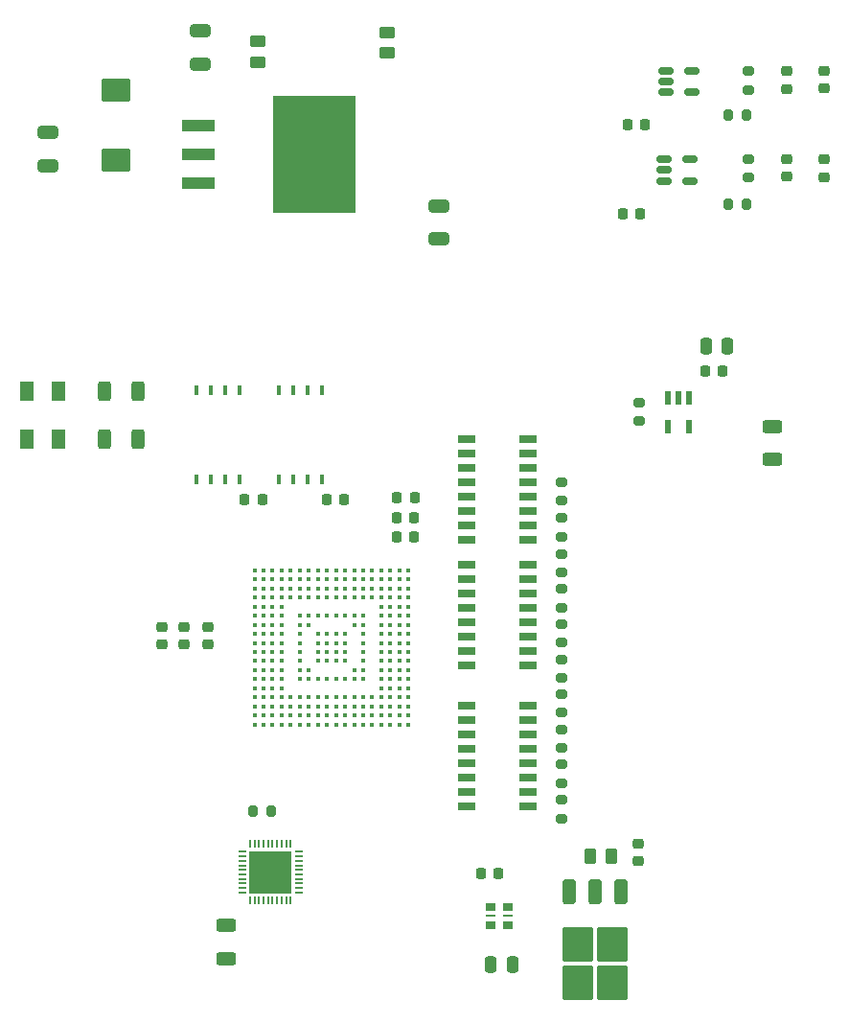
<source format=gbr>
%TF.GenerationSoftware,KiCad,Pcbnew,9.0.0*%
%TF.CreationDate,2025-02-27T19:38:35-05:00*%
%TF.ProjectId,S25-26,5332352d-3236-42e6-9b69-6361645f7063,rev?*%
%TF.SameCoordinates,Original*%
%TF.FileFunction,Paste,Top*%
%TF.FilePolarity,Positive*%
%FSLAX46Y46*%
G04 Gerber Fmt 4.6, Leading zero omitted, Abs format (unit mm)*
G04 Created by KiCad (PCBNEW 9.0.0) date 2025-02-27 19:38:35*
%MOMM*%
%LPD*%
G01*
G04 APERTURE LIST*
G04 Aperture macros list*
%AMRoundRect*
0 Rectangle with rounded corners*
0 $1 Rounding radius*
0 $2 $3 $4 $5 $6 $7 $8 $9 X,Y pos of 4 corners*
0 Add a 4 corners polygon primitive as box body*
4,1,4,$2,$3,$4,$5,$6,$7,$8,$9,$2,$3,0*
0 Add four circle primitives for the rounded corners*
1,1,$1+$1,$2,$3*
1,1,$1+$1,$4,$5*
1,1,$1+$1,$6,$7*
1,1,$1+$1,$8,$9*
0 Add four rect primitives between the rounded corners*
20,1,$1+$1,$2,$3,$4,$5,0*
20,1,$1+$1,$4,$5,$6,$7,0*
20,1,$1+$1,$6,$7,$8,$9,0*
20,1,$1+$1,$8,$9,$2,$3,0*%
G04 Aperture macros list end*
%ADD10R,7.250000X10.300000*%
%ADD11R,3.000000X1.000000*%
%ADD12RoundRect,0.225000X-0.250000X0.225000X-0.250000X-0.225000X0.250000X-0.225000X0.250000X0.225000X0*%
%ADD13RoundRect,0.200000X0.200000X0.275000X-0.200000X0.275000X-0.200000X-0.275000X0.200000X-0.275000X0*%
%ADD14R,0.450000X0.850000*%
%ADD15RoundRect,0.250000X-0.312500X-0.625000X0.312500X-0.625000X0.312500X0.625000X-0.312500X0.625000X0*%
%ADD16RoundRect,0.250000X-0.250000X-0.475000X0.250000X-0.475000X0.250000X0.475000X-0.250000X0.475000X0*%
%ADD17RoundRect,0.250000X-0.350000X0.850000X-0.350000X-0.850000X0.350000X-0.850000X0.350000X0.850000X0*%
%ADD18RoundRect,0.250000X-1.125000X1.275000X-1.125000X-1.275000X1.125000X-1.275000X1.125000X1.275000X0*%
%ADD19RoundRect,0.250000X-0.262500X-0.450000X0.262500X-0.450000X0.262500X0.450000X-0.262500X0.450000X0*%
%ADD20RoundRect,0.250000X1.025000X-0.787500X1.025000X0.787500X-1.025000X0.787500X-1.025000X-0.787500X0*%
%ADD21RoundRect,0.250000X-0.625000X0.312500X-0.625000X-0.312500X0.625000X-0.312500X0.625000X0.312500X0*%
%ADD22RoundRect,0.250000X0.650000X-0.325000X0.650000X0.325000X-0.650000X0.325000X-0.650000X-0.325000X0*%
%ADD23R,0.600000X1.200000*%
%ADD24RoundRect,0.200000X0.275000X-0.200000X0.275000X0.200000X-0.275000X0.200000X-0.275000X-0.200000X0*%
%ADD25RoundRect,0.150000X-0.512500X-0.150000X0.512500X-0.150000X0.512500X0.150000X-0.512500X0.150000X0*%
%ADD26R,1.150000X1.800000*%
%ADD27RoundRect,0.250000X0.450000X-0.262500X0.450000X0.262500X-0.450000X0.262500X-0.450000X-0.262500X0*%
%ADD28RoundRect,0.225000X-0.225000X-0.250000X0.225000X-0.250000X0.225000X0.250000X-0.225000X0.250000X0*%
%ADD29RoundRect,0.250000X0.625000X-0.312500X0.625000X0.312500X-0.625000X0.312500X-0.625000X-0.312500X0*%
%ADD30RoundRect,0.225000X0.225000X0.250000X-0.225000X0.250000X-0.225000X-0.250000X0.225000X-0.250000X0*%
%ADD31R,1.525000X0.650000*%
%ADD32C,0.410000*%
%ADD33RoundRect,0.250000X-0.650000X0.325000X-0.650000X-0.325000X0.650000X-0.325000X0.650000X0.325000X0*%
%ADD34RoundRect,0.200000X-0.275000X0.200000X-0.275000X-0.200000X0.275000X-0.200000X0.275000X0.200000X0*%
%ADD35R,0.800000X0.200000*%
%ADD36R,0.200000X0.800000*%
%ADD37R,3.800000X3.800000*%
%ADD38R,0.850000X0.650000*%
%ADD39R,0.850000X0.250000*%
G04 APERTURE END LIST*
D10*
%TO.C,IC3*%
X141500000Y-64500000D03*
D11*
X131200000Y-67040000D03*
X131200000Y-64500000D03*
X131200000Y-61960000D03*
%TD*%
D12*
%TO.C,C28*%
X186500000Y-57100000D03*
X186500000Y-58650000D03*
%TD*%
D13*
%TO.C,RP3_2*%
X179700000Y-68900000D03*
X178050000Y-68900000D03*
%TD*%
D14*
%TO.C,IC4*%
X134870000Y-85300000D03*
X133600000Y-85300000D03*
X132330000Y-85300000D03*
X131060000Y-85300000D03*
X131060000Y-93200000D03*
X132330000Y-93200000D03*
X133600000Y-93200000D03*
X134870000Y-93200000D03*
%TD*%
D15*
%TO.C,R1*%
X122937500Y-85400000D03*
X125862500Y-85400000D03*
%TD*%
D16*
%TO.C,C63*%
X176100000Y-81400000D03*
X178000000Y-81400000D03*
%TD*%
D17*
%TO.C,Q1*%
X168600000Y-129600000D03*
X166320000Y-129600000D03*
X164040000Y-129600000D03*
D18*
X167845000Y-134225000D03*
X164795000Y-134225000D03*
X167845000Y-137575000D03*
X164795000Y-137575000D03*
%TD*%
D13*
%TO.C,R3*%
X137700000Y-122500000D03*
X136050000Y-122500000D03*
%TD*%
D15*
%TO.C,R2*%
X122937500Y-89600000D03*
X125862500Y-89600000D03*
%TD*%
D19*
%TO.C,R6*%
X165875000Y-126400000D03*
X167700000Y-126400000D03*
%TD*%
D20*
%TO.C,C21*%
X123950000Y-65000000D03*
X123950000Y-58775000D03*
%TD*%
D12*
%TO.C,C48*%
X132050000Y-106175000D03*
X132050000Y-107725000D03*
%TD*%
D21*
%TO.C,R5*%
X181950000Y-88487500D03*
X181950000Y-91412500D03*
%TD*%
D12*
%TO.C,C26*%
X183200000Y-64900000D03*
X183200000Y-66450000D03*
%TD*%
%TO.C,C30*%
X128050000Y-106175000D03*
X128050000Y-107725000D03*
%TD*%
D22*
%TO.C,Cin1*%
X117950000Y-65475000D03*
X117950000Y-62525000D03*
%TD*%
D13*
%TO.C,RP2_2*%
X179700000Y-61000000D03*
X178050000Y-61000000D03*
%TD*%
D23*
%TO.C,IC7*%
X174600000Y-86000000D03*
X173650000Y-86000000D03*
X172700000Y-86000000D03*
X172700000Y-88500000D03*
X174600000Y-88500000D03*
%TD*%
D24*
%TO.C,RLVDS3*%
X163332000Y-119995000D03*
X163332000Y-118345000D03*
%TD*%
%TO.C,RLVDS11*%
X163334000Y-95035000D03*
X163334000Y-93385000D03*
%TD*%
D25*
%TO.C,U2*%
X172400000Y-64900000D03*
X172400000Y-65850000D03*
X172400000Y-66800000D03*
X174675000Y-66800000D03*
X174675000Y-64900000D03*
%TD*%
D24*
%TO.C,RLVDS7*%
X163346000Y-107590000D03*
X163346000Y-105940000D03*
%TD*%
D26*
%TO.C,TR2*%
X118875000Y-89600000D03*
X116075000Y-89600000D03*
%TD*%
D27*
%TO.C,RP1_1*%
X136450000Y-56325000D03*
X136450000Y-54500000D03*
%TD*%
D28*
%TO.C,C37*%
X156225000Y-128000000D03*
X157775000Y-128000000D03*
%TD*%
D29*
%TO.C,R4*%
X133675000Y-135500000D03*
X133675000Y-132575000D03*
%TD*%
D14*
%TO.C,IC5*%
X142140000Y-85300000D03*
X140870000Y-85300000D03*
X139600000Y-85300000D03*
X138330000Y-85300000D03*
X138330000Y-93200000D03*
X139600000Y-93200000D03*
X140870000Y-93200000D03*
X142140000Y-93200000D03*
%TD*%
D30*
%TO.C,C55*%
X150350000Y-94800000D03*
X148800000Y-94800000D03*
%TD*%
D12*
%TO.C,C27*%
X186500000Y-64925000D03*
X186500000Y-66475000D03*
%TD*%
D28*
%TO.C,C23*%
X169150000Y-61800000D03*
X170700000Y-61800000D03*
%TD*%
D24*
%TO.C,RLVDS8*%
X163346000Y-104490000D03*
X163346000Y-102840000D03*
%TD*%
D28*
%TO.C,C64*%
X176000000Y-83600000D03*
X177550000Y-83600000D03*
%TD*%
D24*
%TO.C,RLVDS6*%
X163346000Y-110690000D03*
X163346000Y-109040000D03*
%TD*%
D31*
%TO.C,IC9*%
X160370000Y-109630000D03*
X160370000Y-108360000D03*
X160370000Y-107090000D03*
X160370000Y-105820000D03*
X160370000Y-104550000D03*
X160370000Y-103280000D03*
X160370000Y-102010000D03*
X160370000Y-100740000D03*
X154946000Y-100740000D03*
X154946000Y-102010000D03*
X154946000Y-103280000D03*
X154946000Y-104550000D03*
X154946000Y-105820000D03*
X154946000Y-107090000D03*
X154946000Y-108360000D03*
X154946000Y-109630000D03*
%TD*%
D24*
%TO.C,RLVDS9*%
X163346000Y-101390000D03*
X163346000Y-99740000D03*
%TD*%
D22*
%TO.C,C22*%
X131450000Y-56475000D03*
X131450000Y-53525000D03*
%TD*%
D32*
%TO.C,IC6*%
X149800000Y-101200000D03*
X149800000Y-102000000D03*
X149800000Y-102800000D03*
X149800000Y-103600000D03*
X149800000Y-104400000D03*
X149800000Y-105200000D03*
X149800000Y-106000000D03*
X149800000Y-106800000D03*
X149800000Y-107600000D03*
X149800000Y-108400000D03*
X149800000Y-109200000D03*
X149800000Y-110000000D03*
X149800000Y-110800000D03*
X149800000Y-111600000D03*
X149800000Y-112400000D03*
X149800000Y-113200000D03*
X149800000Y-114000000D03*
X149800000Y-114800000D03*
X149000000Y-101200000D03*
X149000000Y-102000000D03*
X149000000Y-102800000D03*
X149000000Y-103600000D03*
X149000000Y-104400000D03*
X149000000Y-105200000D03*
X149000000Y-106000000D03*
X149000000Y-106800000D03*
X149000000Y-107600000D03*
X149000000Y-108400000D03*
X149000000Y-109200000D03*
X149000000Y-110000000D03*
X149000000Y-110800000D03*
X149000000Y-111600000D03*
X149000000Y-112400000D03*
X149000000Y-113200000D03*
X149000000Y-114000000D03*
X149000000Y-114800000D03*
X148200000Y-101200000D03*
X148200000Y-102000000D03*
X148200000Y-102800000D03*
X148200000Y-103600000D03*
X148200000Y-104400000D03*
X148200000Y-105200000D03*
X148200000Y-106000000D03*
X148200000Y-106800000D03*
X148200000Y-107600000D03*
X148200000Y-108400000D03*
X148200000Y-109200000D03*
X148200000Y-110000000D03*
X148200000Y-110800000D03*
X148200000Y-111600000D03*
X148200000Y-112400000D03*
X148200000Y-113200000D03*
X148200000Y-114000000D03*
X148200000Y-114800000D03*
X147400000Y-101200000D03*
X147400000Y-102000000D03*
X147400000Y-102800000D03*
X147400000Y-103600000D03*
X147400000Y-104400000D03*
X147400000Y-105200000D03*
X147400000Y-106000000D03*
X147400000Y-106800000D03*
X147400000Y-107600000D03*
X147400000Y-108400000D03*
X147400000Y-109200000D03*
X147400000Y-110000000D03*
X147400000Y-110800000D03*
X147400000Y-111600000D03*
X147400000Y-112400000D03*
X147400000Y-113200000D03*
X147400000Y-114000000D03*
X147400000Y-114800000D03*
X146600000Y-101200000D03*
X146600000Y-102000000D03*
X146600000Y-102800000D03*
X146600000Y-103600000D03*
X146600000Y-112400000D03*
X146600000Y-113200000D03*
X146600000Y-114000000D03*
X146600000Y-114800000D03*
X145800000Y-101200000D03*
X145800000Y-102000000D03*
X145800000Y-102800000D03*
X145800000Y-103600000D03*
X145800000Y-105200000D03*
X145800000Y-106000000D03*
X145800000Y-106800000D03*
X145800000Y-107600000D03*
X145800000Y-108400000D03*
X145800000Y-109200000D03*
X145800000Y-110000000D03*
X145800000Y-110800000D03*
X145800000Y-112400000D03*
X145800000Y-113200000D03*
X145800000Y-114000000D03*
X145800000Y-114800000D03*
X145000000Y-101200000D03*
X145000000Y-102000000D03*
X145000000Y-102800000D03*
X145000000Y-103600000D03*
X145000000Y-105200000D03*
X145000000Y-106000000D03*
X145000000Y-110000000D03*
X145000000Y-110800000D03*
X145000000Y-112400000D03*
X145000000Y-113200000D03*
X145000000Y-114000000D03*
X145000000Y-114800000D03*
X144200000Y-101200000D03*
X144200000Y-102000000D03*
X144200000Y-102800000D03*
X144200000Y-103600000D03*
X144200000Y-105200000D03*
X144200000Y-106800000D03*
X144200000Y-107600000D03*
X144200000Y-108400000D03*
X144200000Y-109200000D03*
X144200000Y-110800000D03*
X144200000Y-112400000D03*
X144200000Y-113200000D03*
X144200000Y-114000000D03*
X144200000Y-114800000D03*
X143400000Y-101200000D03*
X143400000Y-102000000D03*
X143400000Y-102800000D03*
X143400000Y-103600000D03*
X143400000Y-105200000D03*
X143400000Y-106800000D03*
X143400000Y-107600000D03*
X143400000Y-108400000D03*
X143400000Y-109200000D03*
X143400000Y-110800000D03*
X143400000Y-112400000D03*
X143400000Y-113200000D03*
X143400000Y-114000000D03*
X143400000Y-114800000D03*
X142600000Y-101200000D03*
X142600000Y-102000000D03*
X142600000Y-102800000D03*
X142600000Y-103600000D03*
X142600000Y-105200000D03*
X142600000Y-106800000D03*
X142600000Y-107600000D03*
X142600000Y-108400000D03*
X142600000Y-109200000D03*
X142600000Y-110800000D03*
X142600000Y-112400000D03*
X142600000Y-113200000D03*
X142600000Y-114000000D03*
X142600000Y-114800000D03*
X141800000Y-101200000D03*
X141800000Y-102000000D03*
X141800000Y-102800000D03*
X141800000Y-103600000D03*
X141800000Y-105200000D03*
X141800000Y-106800000D03*
X141800000Y-107600000D03*
X141800000Y-108400000D03*
X141800000Y-109200000D03*
X141800000Y-110800000D03*
X141800000Y-112400000D03*
X141800000Y-113200000D03*
X141800000Y-114000000D03*
X141800000Y-114800000D03*
X141000000Y-101200000D03*
X141000000Y-102000000D03*
X141000000Y-102800000D03*
X141000000Y-103600000D03*
X141000000Y-105200000D03*
X141000000Y-106000000D03*
X141000000Y-110000000D03*
X141000000Y-110800000D03*
X141000000Y-112400000D03*
X141000000Y-113200000D03*
X141000000Y-114000000D03*
X141000000Y-114800000D03*
X140200000Y-101200000D03*
X140200000Y-102000000D03*
X140200000Y-102800000D03*
X140200000Y-103600000D03*
X140200000Y-105200000D03*
X140200000Y-106000000D03*
X140200000Y-106800000D03*
X140200000Y-107600000D03*
X140200000Y-108400000D03*
X140200000Y-109200000D03*
X140200000Y-110000000D03*
X140200000Y-110800000D03*
X140200000Y-112400000D03*
X140200000Y-113200000D03*
X140200000Y-114000000D03*
X140200000Y-114800000D03*
X139400000Y-101200000D03*
X139400000Y-102000000D03*
X139400000Y-102800000D03*
X139400000Y-103600000D03*
X139400000Y-112400000D03*
X139400000Y-113200000D03*
X139400000Y-114000000D03*
X139400000Y-114800000D03*
X138600000Y-101200000D03*
X138600000Y-102000000D03*
X138600000Y-102800000D03*
X138600000Y-103600000D03*
X138600000Y-104400000D03*
X138600000Y-105200000D03*
X138600000Y-106000000D03*
X138600000Y-106800000D03*
X138600000Y-107600000D03*
X138600000Y-108400000D03*
X138600000Y-109200000D03*
X138600000Y-110000000D03*
X138600000Y-110800000D03*
X138600000Y-111600000D03*
X138600000Y-112400000D03*
X138600000Y-113200000D03*
X138600000Y-114000000D03*
X138600000Y-114800000D03*
X137800000Y-101200000D03*
X137800000Y-102000000D03*
X137800000Y-102800000D03*
X137800000Y-103600000D03*
X137800000Y-104400000D03*
X137800000Y-105200000D03*
X137800000Y-106000000D03*
X137800000Y-106800000D03*
X137800000Y-107600000D03*
X137800000Y-108400000D03*
X137800000Y-109200000D03*
X137800000Y-110000000D03*
X137800000Y-110800000D03*
X137800000Y-111600000D03*
X137800000Y-112400000D03*
X137800000Y-113200000D03*
X137800000Y-114000000D03*
X137800000Y-114800000D03*
X137000000Y-101200000D03*
X137000000Y-102000000D03*
X137000000Y-102800000D03*
X137000000Y-103600000D03*
X137000000Y-104400000D03*
X137000000Y-105200000D03*
X137000000Y-106000000D03*
X137000000Y-106800000D03*
X137000000Y-107600000D03*
X137000000Y-108400000D03*
X137000000Y-109200000D03*
X137000000Y-110000000D03*
X137000000Y-110800000D03*
X137000000Y-111600000D03*
X137000000Y-112400000D03*
X137000000Y-113200000D03*
X137000000Y-114000000D03*
X137000000Y-114800000D03*
X136200000Y-101200000D03*
X136200000Y-102000000D03*
X136200000Y-102800000D03*
X136200000Y-103600000D03*
X136200000Y-104400000D03*
X136200000Y-105200000D03*
X136200000Y-106000000D03*
X136200000Y-106800000D03*
X136200000Y-107600000D03*
X136200000Y-108400000D03*
X136200000Y-109200000D03*
X136200000Y-110000000D03*
X136200000Y-110800000D03*
X136200000Y-111600000D03*
X136200000Y-112400000D03*
X136200000Y-113200000D03*
X136200000Y-114000000D03*
X136200000Y-114800000D03*
%TD*%
D33*
%TO.C,Cin2*%
X152450000Y-69000000D03*
X152450000Y-71950000D03*
%TD*%
D31*
%TO.C,IC8*%
X160332000Y-122065000D03*
X160332000Y-120795000D03*
X160332000Y-119525000D03*
X160332000Y-118255000D03*
X160332000Y-116985000D03*
X160332000Y-115715000D03*
X160332000Y-114445000D03*
X160332000Y-113175000D03*
X154908000Y-113175000D03*
X154908000Y-114445000D03*
X154908000Y-115715000D03*
X154908000Y-116985000D03*
X154908000Y-118255000D03*
X154908000Y-119525000D03*
X154908000Y-120795000D03*
X154908000Y-122065000D03*
%TD*%
D12*
%TO.C,C40*%
X130000000Y-106175000D03*
X130000000Y-107725000D03*
%TD*%
D34*
%TO.C,RP2_1*%
X179800000Y-57100000D03*
X179800000Y-58750000D03*
%TD*%
D31*
%TO.C,IC10*%
X160358000Y-98475000D03*
X160358000Y-97205000D03*
X160358000Y-95935000D03*
X160358000Y-94665000D03*
X160358000Y-93395000D03*
X160358000Y-92125000D03*
X160358000Y-90855000D03*
X160358000Y-89585000D03*
X154934000Y-89585000D03*
X154934000Y-90855000D03*
X154934000Y-92125000D03*
X154934000Y-93395000D03*
X154934000Y-94665000D03*
X154934000Y-95935000D03*
X154934000Y-97205000D03*
X154934000Y-98475000D03*
%TD*%
D34*
%TO.C,RP3_1*%
X179800000Y-64875000D03*
X179800000Y-66525000D03*
%TD*%
D28*
%TO.C,C24*%
X168750000Y-69700000D03*
X170300000Y-69700000D03*
%TD*%
D12*
%TO.C,C25*%
X183200000Y-57125000D03*
X183200000Y-58675000D03*
%TD*%
D24*
%TO.C,RLVDS2*%
X163332000Y-123095000D03*
X163332000Y-121445000D03*
%TD*%
D27*
%TO.C,RP1_2*%
X147950000Y-55500000D03*
X147950000Y-53675000D03*
%TD*%
D25*
%TO.C,U1*%
X172525000Y-57100000D03*
X172525000Y-58050000D03*
X172525000Y-59000000D03*
X174800000Y-59000000D03*
X174800000Y-57100000D03*
%TD*%
D16*
%TO.C,C39*%
X157100000Y-136000000D03*
X159000000Y-136000000D03*
%TD*%
D30*
%TO.C,C57*%
X150275000Y-98250000D03*
X148725000Y-98250000D03*
%TD*%
D24*
%TO.C,RLVDS1*%
X170200000Y-88025000D03*
X170200000Y-86375000D03*
%TD*%
D35*
%TO.C,IC2*%
X135100000Y-126050000D03*
X135100000Y-126450000D03*
X135100000Y-126850000D03*
X135100000Y-127250000D03*
X135100000Y-127650000D03*
X135100000Y-128050000D03*
X135100000Y-128450000D03*
X135100000Y-128850000D03*
X135100000Y-129250000D03*
X135100000Y-129650000D03*
D36*
X135800000Y-130350000D03*
X136200000Y-130350000D03*
X136600000Y-130350000D03*
X137000000Y-130350000D03*
X137400000Y-130350000D03*
X137800000Y-130350000D03*
X138200000Y-130350000D03*
X138600000Y-130350000D03*
X139000000Y-130350000D03*
X139400000Y-130350000D03*
D35*
X140100000Y-129650000D03*
X140100000Y-129250000D03*
X140100000Y-128850000D03*
X140100000Y-128450000D03*
X140100000Y-128050000D03*
X140100000Y-127650000D03*
X140100000Y-127250000D03*
X140100000Y-126850000D03*
X140100000Y-126450000D03*
X140100000Y-126050000D03*
D36*
X139400000Y-125350000D03*
X139000000Y-125350000D03*
X138600000Y-125350000D03*
X138200000Y-125350000D03*
X137800000Y-125350000D03*
X137400000Y-125350000D03*
X137000000Y-125350000D03*
X136600000Y-125350000D03*
X136200000Y-125350000D03*
X135800000Y-125350000D03*
D37*
X137600000Y-127850000D03*
%TD*%
D26*
%TO.C,TR1*%
X118900000Y-85400000D03*
X116100000Y-85400000D03*
%TD*%
D38*
%TO.C,Y1*%
X158550000Y-132550000D03*
D39*
X158550000Y-131725000D03*
D38*
X158550000Y-130900000D03*
X157100000Y-130900000D03*
D39*
X157100000Y-131725000D03*
D38*
X157100000Y-132550000D03*
%TD*%
D30*
%TO.C,C60*%
X150325000Y-96550000D03*
X148775000Y-96550000D03*
%TD*%
D24*
%TO.C,RLVDS5*%
X163332000Y-113745000D03*
X163332000Y-112095000D03*
%TD*%
D28*
%TO.C,C43*%
X142600000Y-94900000D03*
X144150000Y-94900000D03*
%TD*%
D24*
%TO.C,RLVDS4*%
X163332000Y-116895000D03*
X163332000Y-115245000D03*
%TD*%
D28*
%TO.C,C42*%
X135325000Y-94900000D03*
X136875000Y-94900000D03*
%TD*%
D12*
%TO.C,C62*%
X170100000Y-125300000D03*
X170100000Y-126850000D03*
%TD*%
D24*
%TO.C,RLVDS10*%
X163334000Y-98235000D03*
X163334000Y-96585000D03*
%TD*%
M02*

</source>
